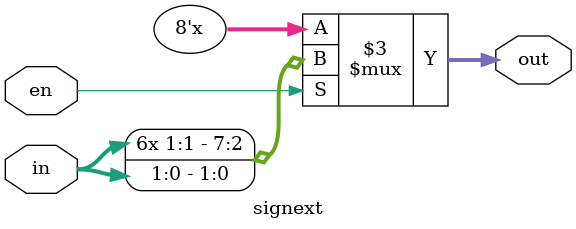
<source format=sv>

`timescale 1ns/100ps

`ifndef SIGNEXT
`define SIGNEXT

module signext #(
    parameter in_n = 2, 
    parameter out_n = 8  
)(
  	input wire en,
  	input logic [in_n-1:0] in,    
  	output logic [out_n-1:0] out  
);

always @* begin
  	if(en) begin
        if (out_n <= in_n) begin
          $error("OUT_WIDTH must be greater than IN_WIDTH."); //Added from Kristof 
        end
  		else
          out <= {{(out_n-in_n){in[in_n-1]}}, in};
		end
  	else begin
      	out <= {out_n{1'bz}};
    end
end
endmodule

`endif // SIGNEXT
</source>
